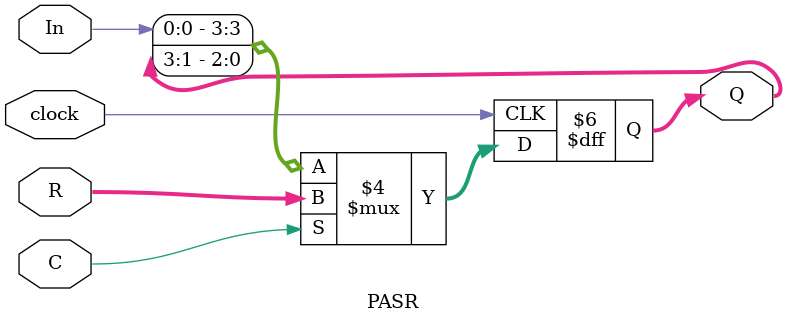
<source format=v>
`timescale 1ns / 1ps


module PASR(In, R, C, clock, Q);

    input In, clock, C;     // C is controlling shift(0) or load(1)
    input [3:0] R;
    output reg[3:0] Q;
    
    always@(posedge clock)
    
    begin
    
        if (C == 1)         // load
            begin
                Q <= R;
            end
            
        else
            begin
                Q = {In, Q[3:1]};
            end
        
    end

endmodule

</source>
